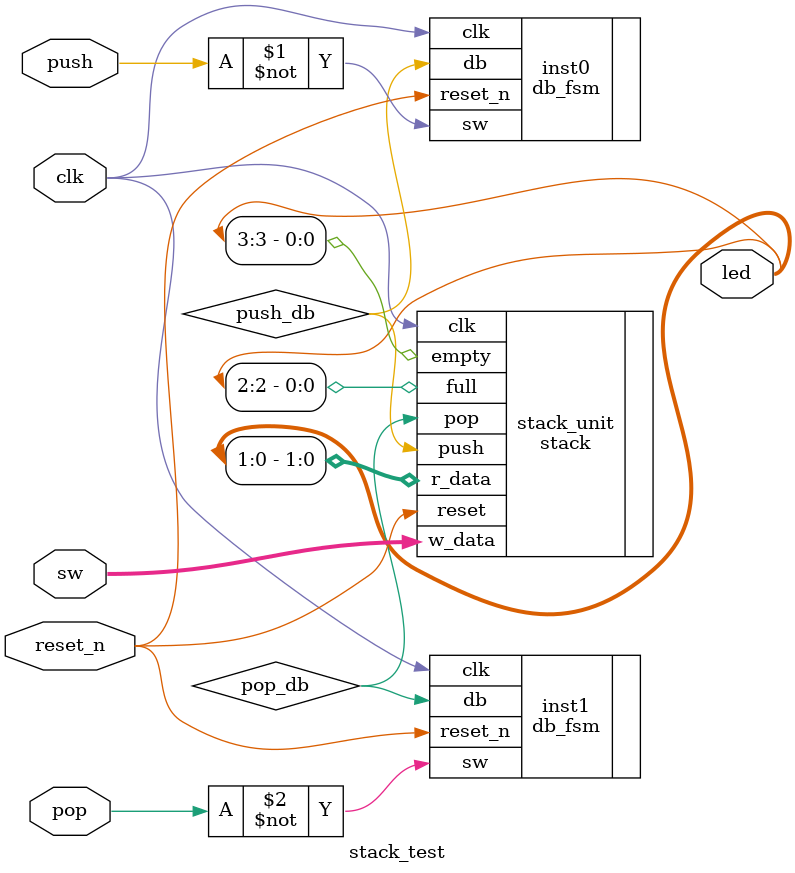
<source format=v>
module stack_test
(
	input clk,reset_n,
	input push,pop,
	input [1:0] sw,
	output [3:0] led
);
wire push_db,pop_db;

db_fsm inst0
(
	.clk(clk),
	.reset_n(reset_n),
	.sw(~push),
	.db(push_db)
);
db_fsm inst1
(
	.clk(clk),
	.reset_n(reset_n),
	.sw(~pop),
	.db(pop_db)
);

stack #(.WIDTH(2), .ADDR_WIDTH(2)) stack_unit
(.clk(clk), .reset(reset_n),
 .push(push_db), .pop(pop_db), .w_data(sw),
.r_data(led[1:0]), .full(led[2]), .empty(led[3]));

endmodule
</source>
